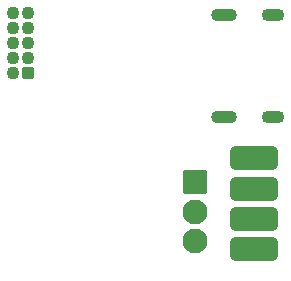
<source format=gbs>
G04*
G04 #@! TF.GenerationSoftware,Altium Limited,Altium Designer,21.6.4 (81)*
G04*
G04 Layer_Color=16711935*
%FSLAX44Y44*%
%MOMM*%
G71*
G04*
G04 #@! TF.SameCoordinates,1A298312-32F8-40E2-ABFB-EEC58CCF35F7*
G04*
G04*
G04 #@! TF.FilePolarity,Negative*
G04*
G01*
G75*
%ADD46C,0.1000*%
%ADD47O,2.2000X1.1000*%
%ADD48O,1.9000X1.1000*%
%ADD49C,2.1000*%
G04:AMPARAMS|DCode=50|XSize=2.1mm|YSize=2.1mm|CornerRadius=0.3mm|HoleSize=0mm|Usage=FLASHONLY|Rotation=270.000|XOffset=0mm|YOffset=0mm|HoleType=Round|Shape=RoundedRectangle|*
%AMROUNDEDRECTD50*
21,1,2.1000,1.5000,0,0,270.0*
21,1,1.5000,2.1000,0,0,270.0*
1,1,0.6000,-0.7500,-0.7500*
1,1,0.6000,-0.7500,0.7500*
1,1,0.6000,0.7500,0.7500*
1,1,0.6000,0.7500,-0.7500*
%
%ADD50ROUNDEDRECTD50*%
%ADD51C,1.1000*%
G04:AMPARAMS|DCode=52|XSize=1.1mm|YSize=1.1mm|CornerRadius=0.175mm|HoleSize=0mm|Usage=FLASHONLY|Rotation=180.000|XOffset=0mm|YOffset=0mm|HoleType=Round|Shape=RoundedRectangle|*
%AMROUNDEDRECTD52*
21,1,1.1000,0.7500,0,0,180.0*
21,1,0.7500,1.1000,0,0,180.0*
1,1,0.3500,-0.3750,0.3750*
1,1,0.3500,0.3750,0.3750*
1,1,0.3500,0.3750,-0.3750*
1,1,0.3500,-0.3750,-0.3750*
%
%ADD52ROUNDEDRECTD52*%
G04:AMPARAMS|DCode=77|XSize=4.1mm|YSize=2.1mm|CornerRadius=0.55mm|HoleSize=0mm|Usage=FLASHONLY|Rotation=0.000|XOffset=0mm|YOffset=0mm|HoleType=Round|Shape=RoundedRectangle|*
%AMROUNDEDRECTD77*
21,1,4.1000,1.0000,0,0,0.0*
21,1,3.0000,2.1000,0,0,0.0*
1,1,1.1000,1.5000,-0.5000*
1,1,1.1000,-1.5000,-0.5000*
1,1,1.1000,-1.5000,0.5000*
1,1,1.1000,1.5000,0.5000*
%
%ADD77ROUNDEDRECTD77*%
D46*
X412200Y153300D02*
D03*
Y211100D02*
D03*
D47*
X407200Y225400D02*
D03*
Y139000D02*
D03*
D48*
X449000Y225400D02*
D03*
Y139000D02*
D03*
D49*
X383000Y34000D02*
D03*
Y59000D02*
D03*
D50*
X383000Y84000D02*
D03*
D51*
X242000Y227415D02*
D03*
X229300D02*
D03*
X242000Y214715D02*
D03*
X229300D02*
D03*
X242000Y202015D02*
D03*
X229300D02*
D03*
X242000Y189315D02*
D03*
X229300D02*
D03*
Y176615D02*
D03*
D52*
X242000D02*
D03*
D77*
X433000Y104000D02*
D03*
Y78000D02*
D03*
Y53000D02*
D03*
Y27000D02*
D03*
M02*

</source>
